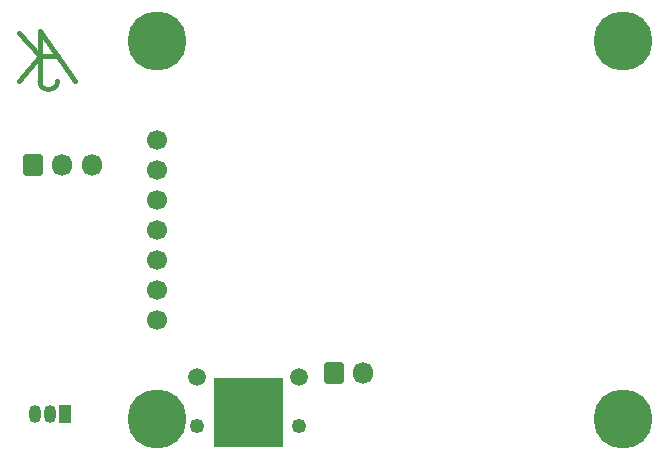
<source format=gbr>
%TF.GenerationSoftware,KiCad,Pcbnew,(6.0.2-0)*%
%TF.CreationDate,2022-02-23T18:41:49+00:00*%
%TF.ProjectId,EnvMon2,456e764d-6f6e-4322-9e6b-696361645f70,4*%
%TF.SameCoordinates,Original*%
%TF.FileFunction,Soldermask,Bot*%
%TF.FilePolarity,Negative*%
%FSLAX46Y46*%
G04 Gerber Fmt 4.6, Leading zero omitted, Abs format (unit mm)*
G04 Created by KiCad (PCBNEW (6.0.2-0)) date 2022-02-23 18:41:49*
%MOMM*%
%LPD*%
G01*
G04 APERTURE LIST*
G04 Aperture macros list*
%AMRoundRect*
0 Rectangle with rounded corners*
0 $1 Rounding radius*
0 $2 $3 $4 $5 $6 $7 $8 $9 X,Y pos of 4 corners*
0 Add a 4 corners polygon primitive as box body*
4,1,4,$2,$3,$4,$5,$6,$7,$8,$9,$2,$3,0*
0 Add four circle primitives for the rounded corners*
1,1,$1+$1,$2,$3*
1,1,$1+$1,$4,$5*
1,1,$1+$1,$6,$7*
1,1,$1+$1,$8,$9*
0 Add four rect primitives between the rounded corners*
20,1,$1+$1,$2,$3,$4,$5,0*
20,1,$1+$1,$4,$5,$6,$7,0*
20,1,$1+$1,$6,$7,$8,$9,0*
20,1,$1+$1,$8,$9,$2,$3,0*%
G04 Aperture macros list end*
%ADD10C,0.450000*%
%ADD11C,5.000000*%
%ADD12C,1.700000*%
%ADD13R,1.050000X1.500000*%
%ADD14O,1.050000X1.500000*%
%ADD15RoundRect,0.250000X-0.600000X-0.675000X0.600000X-0.675000X0.600000X0.675000X-0.600000X0.675000X0*%
%ADD16O,1.700000X1.850000*%
%ADD17C,1.250000*%
%ADD18C,1.500000*%
G04 APERTURE END LIST*
%TO.C,U6*%
G36*
X139150000Y-113400000D02*
G01*
X133350000Y-113400000D01*
X133350000Y-107600000D01*
X139150000Y-107600000D01*
X139150000Y-113400000D01*
G37*
D10*
%TO.C,Logo1*%
X118600000Y-80325000D02*
X116800000Y-82425000D01*
X118600000Y-78225000D02*
X121600000Y-82425000D01*
X118600000Y-80325000D02*
X120100000Y-80325000D01*
X116800000Y-78325000D02*
X118600000Y-80325000D01*
X118600000Y-78225000D02*
X118600000Y-82425000D01*
X118600000Y-82425000D02*
G75*
G03*
X120100000Y-82425000I750000J0D01*
G01*
%TD*%
D11*
%TO.C,M1*%
X168000000Y-79000000D03*
X168000000Y-111000000D03*
D12*
X128500000Y-87380000D03*
X128500000Y-89920000D03*
X128500000Y-92460000D03*
X128500000Y-95000000D03*
X128500000Y-97540000D03*
X128500000Y-100080000D03*
X128500000Y-102620000D03*
D11*
X128500000Y-79000000D03*
X128500000Y-111000000D03*
%TD*%
D13*
%TO.C,U4*%
X120770000Y-110640000D03*
D14*
X119500000Y-110640000D03*
X118230000Y-110640000D03*
%TD*%
D15*
%TO.C,J2*%
X143500000Y-107150000D03*
D16*
X146000000Y-107150000D03*
%TD*%
D15*
%TO.C,J3*%
X118000000Y-89500000D03*
D16*
X120500000Y-89500000D03*
X123000000Y-89500000D03*
%TD*%
D17*
%TO.C,J1*%
X140570000Y-111640000D03*
D18*
X140570000Y-107470000D03*
X131930000Y-107470000D03*
D17*
X131930000Y-111640000D03*
%TD*%
M02*

</source>
